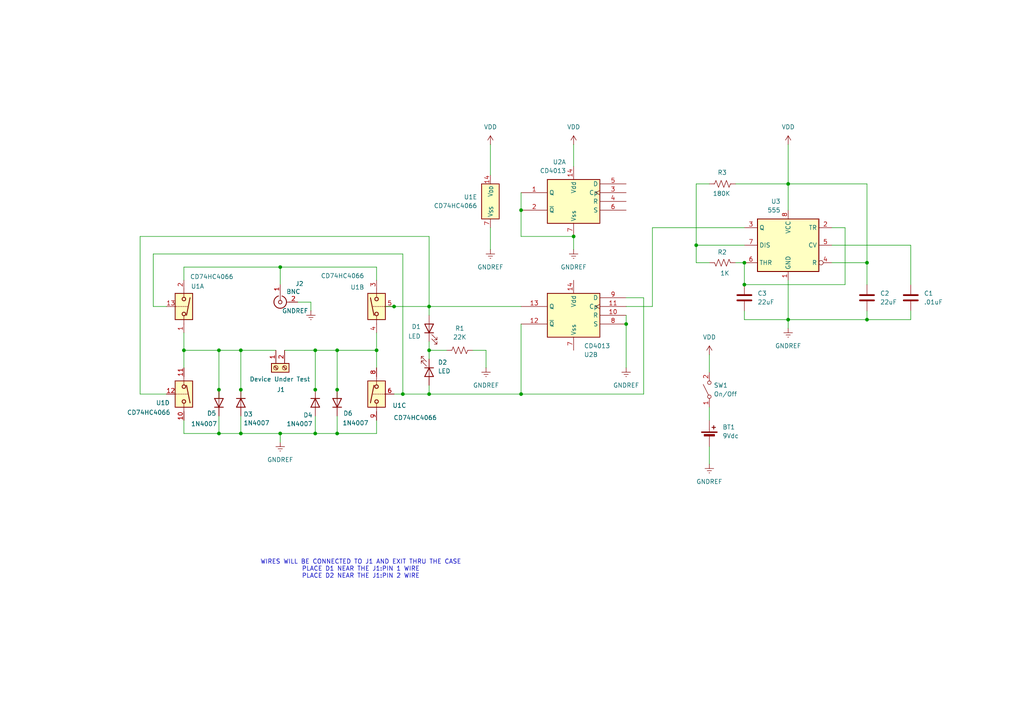
<source format=kicad_sch>
(kicad_sch (version 20231120) (generator "eeschema") (generator_version "8.0")
  (paper "A4")
  (lib_symbols
    (symbol "4xxx_IEEE:4013"
      (property "Reference" "U" (at 7.62 8.89 0))
      (property "Value" "4013" (at 7.62 -7.62 0))
      (symbol "4013_0_0"
        (pin power_in line (at 0 10.16 270) (length 3.81) (name "Vdd") (number "14"))
        (pin power_in line (at 0 -10.16 90) (length 3.81) (name "Vss") (number "7"))
      )
      (symbol "4013_0_1"
        (rectangle (start -7.62 6.35) (end 7.62 -6.35) (stroke (width 0.254)) (fill (type background)))
      )
      (symbol "4013_1_1"
        (pin output line (at 15.24 2.54 180) (length 7.62) (name "Q") (number "1"))
        (pin output line (at 15.24 -2.54 180) (length 7.62) (name "~{Q}") (number "2"))
        (pin input clock (at -15.24 2.54 0) (length 7.62) (name "Cp") (number "3"))
        (pin input line (at -15.24 0 0) (length 7.62) (name "R") (number "4"))
        (pin input line (at -15.24 5.08 0) (length 7.62) (name "D") (number "5"))
        (pin input line (at -15.24 -2.54 0) (length 7.62) (name "S") (number "6"))
      )
      (symbol "4013_2_1"
        (pin input line (at -15.24 0 0) (length 7.62) (name "R") (number "10"))
        (pin input clock (at -15.24 2.54 0) (length 7.62) (name "Cp") (number "11"))
        (pin input line (at 15.24 -2.54 180) (length 7.62) (name "~{Q}") (number "12"))
        (pin input line (at 15.24 2.54 180) (length 7.62) (name "Q") (number "13"))
        (pin input line (at -15.24 -2.54 0) (length 7.62) (name "S") (number "8"))
        (pin input line (at -15.24 5.08 0) (length 7.62) (name "D") (number "9"))
      )
    )
    (symbol "Analog_Switch:CD4066BE"
      (property "Reference" "U" (at -5.08 3.81 0))
      (property "Value" "CD4066BE" (at 7.62 3.81 0))
      (symbol "CD4066BE_1_1"
        (rectangle (start -3.81 2.54) (end 3.81 -2.54) (stroke (width 0.254)) (fill (type background)))
        (circle (center -2.159 0) (radius 0.508) (stroke (width 0.254)))
        (polyline (pts (xy -5.08 0) (xy -2.794 0)))
        (polyline (pts (xy -2.54 0.762) (xy 2.54 1.778)) (stroke (width 0.254)))
        (polyline (pts (xy 0 -2.54) (xy 0 -2.032)))
        (polyline (pts (xy 0 -1.778) (xy 0 -1.524)))
        (polyline (pts (xy 0 -1.27) (xy 0 -1.016)))
        (polyline (pts (xy 0 -0.762) (xy 0 -0.508)))
        (polyline (pts (xy 0 -0.254) (xy 0 0)))
        (polyline (pts (xy 0 0.254) (xy 0 0.508)))
        (polyline (pts (xy 0 0.762) (xy 0 1.016)))
        (polyline (pts (xy 5.08 0) (xy 2.794 0)))
        (circle (center 2.159 0) (radius 0.508) (stroke (width 0.254)))
        (pin bidirectional line (at -7.62 0 0) (length 2.54) (name "~") (number "1"))
        (pin input line (at 0 -5.08 90) (length 2.54) (name "~") (number "13"))
        (pin bidirectional line (at 7.62 0 180) (length 2.54) (name "~") (number "2"))
      )
      (symbol "CD4066BE_2_1"
        (rectangle (start -3.81 2.54) (end 3.81 -2.54) (stroke (width 0.254)) (fill (type background)))
        (circle (center -2.159 0) (radius 0.508) (stroke (width 0.254)))
        (polyline (pts (xy -5.08 0) (xy -2.794 0)))
        (polyline (pts (xy -2.54 0.762) (xy 2.54 1.778)) (stroke (width 0.254)))
        (polyline (pts (xy 0 -2.54) (xy 0 -2.032)))
        (polyline (pts (xy 0 -1.778) (xy 0 -1.524)))
        (polyline (pts (xy 0 -1.27) (xy 0 -1.016)))
        (polyline (pts (xy 0 -0.762) (xy 0 -0.508)))
        (polyline (pts (xy 0 -0.254) (xy 0 0)))
        (polyline (pts (xy 0 0.254) (xy 0 0.508)))
        (polyline (pts (xy 0 0.762) (xy 0 1.016)))
        (polyline (pts (xy 5.08 0) (xy 2.794 0)))
        (circle (center 2.159 0) (radius 0.508) (stroke (width 0.254)))
        (pin bidirectional line (at 7.62 0 180) (length 2.54) (name "~") (number "3"))
        (pin bidirectional line (at -7.62 0 0) (length 2.54) (name "~") (number "4"))
        (pin input line (at 0 -5.08 90) (length 2.54) (name "~") (number "5"))
      )
      (symbol "CD4066BE_3_1"
        (rectangle (start -3.81 2.54) (end 3.81 -2.54) (stroke (width 0.254)) (fill (type background)))
        (circle (center -2.159 0) (radius 0.508) (stroke (width 0.254)))
        (polyline (pts (xy -5.08 0) (xy -2.794 0)))
        (polyline (pts (xy -2.54 0.762) (xy 2.54 1.778)) (stroke (width 0.254)))
        (polyline (pts (xy 0 -2.54) (xy 0 -2.032)))
        (polyline (pts (xy 0 -1.778) (xy 0 -1.524)))
        (polyline (pts (xy 0 -1.27) (xy 0 -1.016)))
        (polyline (pts (xy 0 -0.762) (xy 0 -0.508)))
        (polyline (pts (xy 0 -0.254) (xy 0 0)))
        (polyline (pts (xy 0 0.254) (xy 0 0.508)))
        (polyline (pts (xy 0 0.762) (xy 0 1.016)))
        (polyline (pts (xy 5.08 0) (xy 2.794 0)))
        (circle (center 2.159 0) (radius 0.508) (stroke (width 0.254)))
        (pin input line (at 0 -5.08 90) (length 2.54) (name "~") (number "6"))
        (pin bidirectional line (at -7.62 0 0) (length 2.54) (name "~") (number "8"))
        (pin bidirectional line (at 7.62 0 180) (length 2.54) (name "~") (number "9"))
      )
      (symbol "CD4066BE_4_1"
        (rectangle (start -3.81 2.54) (end 3.81 -2.54) (stroke (width 0.254)) (fill (type background)))
        (circle (center -2.159 0) (radius 0.508) (stroke (width 0.254)))
        (polyline (pts (xy -5.08 0) (xy -2.794 0)))
        (polyline (pts (xy -2.54 0.762) (xy 2.54 1.778)) (stroke (width 0.254)))
        (polyline (pts (xy 0 -2.54) (xy 0 -2.032)))
        (polyline (pts (xy 0 -1.778) (xy 0 -1.524)))
        (polyline (pts (xy 0 -1.27) (xy 0 -1.016)))
        (polyline (pts (xy 0 -0.762) (xy 0 -0.508)))
        (polyline (pts (xy 0 -0.254) (xy 0 0)))
        (polyline (pts (xy 0 0.254) (xy 0 0.508)))
        (polyline (pts (xy 0 0.762) (xy 0 1.016)))
        (polyline (pts (xy 5.08 0) (xy 2.794 0)))
        (circle (center 2.159 0) (radius 0.508) (stroke (width 0.254)))
        (pin bidirectional line (at 7.62 0 180) (length 2.54) (name "~") (number "10"))
        (pin bidirectional line (at -7.62 0 0) (length 2.54) (name "~") (number "11"))
        (pin input line (at 0 -5.08 90) (length 2.54) (name "~") (number "12"))
      )
      (symbol "CD4066BE_5_1"
        (rectangle (start -2.54 5.08) (end 2.54 -5.08) (stroke (width 0.254)) (fill (type background)))
        (pin power_in line (at 0 7.62 270) (length 2.54) (name "V_{DD}") (number "14"))
        (pin power_in line (at 0 -7.62 90) (length 2.54) (name "V_{SS}") (number "7"))
      )
    )
    (symbol "Connector:Conn_Coaxial" (pin_names (offset 1.016) hide)
      (property "Reference" "J" (at 0.254 3.048 0))
      (property "Value" "Conn_Coaxial" (at 2.921 0 90))
      (symbol "Conn_Coaxial_0_1"
        (arc (start -1.778 -0.508) (mid 0.2311 -1.8066) (end 1.778 0) (stroke (width 0.254)))
        (polyline (pts (xy -2.54 0) (xy -0.508 0)))
        (polyline (pts (xy 0 -2.54) (xy 0 -1.778)))
        (circle (center 0 0) (radius 0.508) (stroke (width 0.2032)))
        (arc (start 1.778 0) (mid 0.2099 1.8101) (end -1.778 0.508) (stroke (width 0.254)))
      )
      (symbol "Conn_Coaxial_1_1"
        (pin passive line (at -5.08 0 0) (length 2.54) (name "In") (number "1"))
        (pin passive line (at 0 -5.08 90) (length 2.54) (name "Ext") (number "2"))
      )
    )
    (symbol "Connector:Screw_Terminal_01x02" (pin_names (offset 1.016) hide)
      (property "Reference" "J" (at 0 2.54 0))
      (property "Value" "Screw_Terminal_01x02" (at 0 -5.08 0))
      (symbol "Screw_Terminal_01x02_1_1"
        (rectangle (start -1.27 1.27) (end 1.27 -3.81) (stroke (width 0.254)) (fill (type background)))
        (circle (center 0 -2.54) (radius 0.635) (stroke (width 0.1524)))
        (polyline (pts (xy -0.5334 -2.2098) (xy 0.3302 -3.048)) (stroke (width 0.1524)))
        (polyline (pts (xy -0.5334 0.3302) (xy 0.3302 -0.508)) (stroke (width 0.1524)))
        (polyline (pts (xy -0.3556 -2.032) (xy 0.508 -2.8702)) (stroke (width 0.1524)))
        (polyline (pts (xy -0.3556 0.508) (xy 0.508 -0.3302)) (stroke (width 0.1524)))
        (circle (center 0 0) (radius 0.635) (stroke (width 0.1524)))
        (pin passive line (at -5.08 0 0) (length 3.81) (name "Pin_1") (number "1"))
        (pin passive line (at -5.08 -2.54 0) (length 3.81) (name "Pin_2") (number "2"))
      )
    )
    (symbol "Device:Battery_Cell" (pin_numbers hide) (pin_names (offset 0) hide)
      (property "Reference" "BT" (at 2.54 2.54 0))
      (property "Value" "Battery_Cell" (at 2.54 0 0))
      (symbol "Battery_Cell_0_1"
        (rectangle (start -2.286 1.778) (end 2.286 1.524) (fill (type outline)))
        (rectangle (start -1.524 1.016) (end 1.524 0.508) (fill (type outline)))
        (polyline (pts (xy 0 0.762) (xy 0 0)))
        (polyline (pts (xy 0 1.778) (xy 0 2.54)))
        (polyline (pts (xy 0.762 3.048) (xy 1.778 3.048)) (stroke (width 0.254)))
        (polyline (pts (xy 1.27 3.556) (xy 1.27 2.54)) (stroke (width 0.254)))
      )
      (symbol "Battery_Cell_1_1"
        (pin passive line (at 0 5.08 270) (length 2.54) (name "+") (number "1"))
        (pin passive line (at 0 -2.54 90) (length 2.54) (name "-") (number "2"))
      )
    )
    (symbol "Device:C" (pin_numbers hide) (pin_names (offset 0.254))
      (property "Reference" "C" (at 0.635 2.54 0))
      (property "Value" "C" (at 0.635 -2.54 0))
      (symbol "C_0_1"
        (polyline (pts (xy -2.032 -0.762) (xy 2.032 -0.762)) (stroke (width 0.508)))
        (polyline (pts (xy -2.032 0.762) (xy 2.032 0.762)) (stroke (width 0.508)))
      )
      (symbol "C_1_1"
        (pin passive line (at 0 3.81 270) (length 2.794) (name "~") (number "1"))
        (pin passive line (at 0 -3.81 90) (length 2.794) (name "~") (number "2"))
      )
    )
    (symbol "Device:LED" (pin_numbers hide) (pin_names (offset 1.016) hide)
      (property "Reference" "D" (at 0 2.54 0))
      (property "Value" "LED" (at 0 -2.54 0))
      (symbol "LED_0_1"
        (polyline (pts (xy -1.27 -1.27) (xy -1.27 1.27)) (stroke (width 0.254)))
        (polyline (pts (xy -1.27 0) (xy 1.27 0)))
        (polyline (pts (xy 1.27 -1.27) (xy 1.27 1.27) (xy -1.27 0) (xy 1.27 -1.27)) (stroke (width 0.254)))
        (polyline (pts (xy -3.048 -0.762) (xy -4.572 -2.286) (xy -3.81 -2.286) (xy -4.572 -2.286) (xy -4.572 -1.524)))
        (polyline (pts (xy -1.778 -0.762) (xy -3.302 -2.286) (xy -2.54 -2.286) (xy -3.302 -2.286) (xy -3.302 -1.524)))
      )
      (symbol "LED_1_1"
        (pin passive line (at -3.81 0 0) (length 2.54) (name "K") (number "1"))
        (pin passive line (at 3.81 0 180) (length 2.54) (name "A") (number "2"))
      )
    )
    (symbol "Device:R_US" (pin_numbers hide) (pin_names (offset 0))
      (property "Reference" "R" (at 2.54 0 90))
      (property "Value" "R_US" (at -2.54 0 90))
      (symbol "R_US_0_1"
        (polyline (pts (xy 0 -2.286) (xy 0 -2.54)))
        (polyline (pts (xy 0 2.286) (xy 0 2.54)))
        (polyline (pts (xy 0 -0.762) (xy 1.016 -1.143) (xy 0 -1.524) (xy -1.016 -1.905) (xy 0 -2.286)))
        (polyline (pts (xy 0 0.762) (xy 1.016 0.381) (xy 0 0) (xy -1.016 -0.381) (xy 0 -0.762)))
        (polyline (pts (xy 0 2.286) (xy 1.016 1.905) (xy 0 1.524) (xy -1.016 1.143) (xy 0 0.762)))
      )
      (symbol "R_US_1_1"
        (pin passive line (at 0 3.81 270) (length 1.27) (name "~") (number "1"))
        (pin passive line (at 0 -3.81 90) (length 1.27) (name "~") (number "2"))
      )
    )
    (symbol "Diode:1N4007" (pin_numbers hide) (pin_names hide)
      (property "Reference" "D" (at 0 2.54 0))
      (property "Value" "1N4007" (at 0 -2.54 0))
      (symbol "1N4007_0_1"
        (polyline (pts (xy -1.27 1.27) (xy -1.27 -1.27)) (stroke (width 0.254)))
        (polyline (pts (xy 1.27 0) (xy -1.27 0)))
        (polyline (pts (xy 1.27 1.27) (xy 1.27 -1.27) (xy -1.27 0) (xy 1.27 1.27)) (stroke (width 0.254)))
      )
      (symbol "1N4007_1_1"
        (pin passive line (at -3.81 0 0) (length 2.54) (name "K") (number "1"))
        (pin passive line (at 3.81 0 180) (length 2.54) (name "A") (number "2"))
      )
    )
    (symbol "Switch:SW_SPST" (pin_names (offset 0) hide)
      (property "Reference" "SW" (at 0 3.175 0))
      (property "Value" "SW_SPST" (at 0 -2.54 0))
      (symbol "SW_SPST_0_0"
        (circle (center -2.032 0) (radius 0.508))
        (polyline (pts (xy -1.524 0.254) (xy 1.524 1.778)))
        (circle (center 2.032 0) (radius 0.508))
      )
      (symbol "SW_SPST_1_1"
        (pin passive line (at -5.08 0 0) (length 2.54) (name "A") (number "1"))
        (pin passive line (at 5.08 0 180) (length 2.54) (name "B") (number "2"))
      )
    )
    (symbol "Timer:ICM7555xP"
      (property "Reference" "U" (at -10.16 8.89 0))
      (property "Value" "ICM7555xP" (at 2.54 8.89 0))
      (symbol "ICM7555xP_0_0"
        (pin power_in line (at 0 -10.16 90) (length 2.54) (name "GND") (number "1"))
        (pin power_in line (at 0 10.16 270) (length 2.54) (name "VCC") (number "8"))
      )
      (symbol "ICM7555xP_0_1"
        (rectangle (start -8.89 -7.62) (end 8.89 7.62) (stroke (width 0.254)) (fill (type background)))
        (rectangle (start -8.89 -7.62) (end 8.89 7.62) (stroke (width 0.254)) (fill (type background)))
      )
      (symbol "ICM7555xP_1_1"
        (pin input line (at -12.7 5.08 0) (length 3.81) (name "TR") (number "2"))
        (pin output line (at 12.7 5.08 180) (length 3.81) (name "Q") (number "3"))
        (pin input inverted (at -12.7 -5.08 0) (length 3.81) (name "R") (number "4"))
        (pin input line (at -12.7 0 0) (length 3.81) (name "CV") (number "5"))
        (pin input line (at 12.7 -5.08 180) (length 3.81) (name "THR") (number "6"))
        (pin input line (at 12.7 0 180) (length 3.81) (name "DIS") (number "7"))
      )
    )
    (symbol "power:GNDREF" (power) (pin_numbers hide) (pin_names (offset 0) hide)
      (property "Value" "GNDREF" (at 0 -3.81 0))
      (symbol "GNDREF_0_1"
        (polyline (pts (xy -0.635 -1.905) (xy 0.635 -1.905)))
        (polyline (pts (xy -0.127 -2.54) (xy 0.127 -2.54)))
        (polyline (pts (xy 0 -1.27) (xy 0 0)))
        (polyline (pts (xy 1.27 -1.27) (xy -1.27 -1.27)))
      )
      (symbol "GNDREF_1_1"
        (pin power_in line (at 0 0 270) (length 0) (name "~") (number "1"))
      )
    )
    (symbol "power:VDD" (power) (pin_numbers hide) (pin_names (offset 0) hide)
      (property "Value" "VDD" (at 0 3.556 0))
      (symbol "VDD_0_1"
        (polyline (pts (xy -0.762 1.27) (xy 0 2.54)))
        (polyline (pts (xy 0 0) (xy 0 2.54)))
        (polyline (pts (xy 0 2.54) (xy 0.762 1.27)))
      )
      (symbol "VDD_1_1"
        (pin power_in line (at 0 0 90) (length 0) (name "~") (number "1"))
      )
    )
  )
  (junction (at 53.34 101.6))
  (junction (at 151.13 114.3))
  (junction (at 91.44 113.03))
  (junction (at 124.46 101.6))
  (junction (at 124.46 114.3))
  (junction (at 81.28 125.73))
  (junction (at 166.37 68.58))
  (junction (at 181.61 93.98))
  (junction (at 97.79 101.6))
  (junction (at 228.6 92.71))
  (junction (at 97.79 125.73))
  (junction (at 114.3 88.9))
  (junction (at 69.85 101.6))
  (junction (at 69.85 125.73))
  (junction (at 228.6 53.34))
  (junction (at 215.9 76.2))
  (junction (at 151.13 60.96))
  (junction (at 251.46 92.71))
  (junction (at 81.28 77.47))
  (junction (at 69.85 113.03))
  (junction (at 109.22 101.6))
  (junction (at 63.5 101.6))
  (junction (at 63.5 113.03))
  (junction (at 251.46 76.2))
  (junction (at 116.84 114.3))
  (junction (at 97.79 113.03))
  (junction (at 124.46 88.9))
  (junction (at 215.9 82.55))
  (junction (at 91.44 101.6))
  (junction (at 63.5 125.73))
  (junction (at 91.44 125.73))
  (junction (at 201.93 71.12))
  (wire (pts (xy 63.5 101.6) (xy 69.85 101.6)))
  (wire (pts (xy 69.85 115.57) (xy 69.85 113.03)))
  (wire (pts (xy 124.46 88.9) (xy 151.13 88.9)))
  (wire (pts (xy 81.28 77.47) (xy 109.22 77.47)))
  (wire (pts (xy 166.37 41.91) (xy 166.37 48.26)))
  (wire (pts (xy 151.13 93.98) (xy 151.13 114.3)))
  (wire (pts (xy 63.5 113.03) (xy 63.5 101.6)))
  (wire (pts (xy 228.6 53.34) (xy 228.6 60.96)))
  (wire (pts (xy 186.69 114.3) (xy 151.13 114.3)))
  (wire (pts (xy 186.69 86.36) (xy 186.69 114.3)))
  (wire (pts (xy 241.3 76.2) (xy 251.46 76.2)))
  (wire (pts (xy 91.44 113.03) (xy 91.44 101.6)))
  (wire (pts (xy 111.76 88.9) (xy 114.3 88.9)))
  (wire (pts (xy 201.93 71.12) (xy 215.9 71.12)))
  (wire (pts (xy 44.45 88.9) (xy 48.26 88.9)))
  (wire (pts (xy 63.5 125.73) (xy 69.85 125.73)))
  (wire (pts (xy 124.46 111.76) (xy 124.46 114.3)))
  (wire (pts (xy 53.34 81.28) (xy 53.34 77.47)))
  (wire (pts (xy 151.13 68.58) (xy 166.37 68.58)))
  (wire (pts (xy 205.74 118.11) (xy 205.74 121.92)))
  (wire (pts (xy 109.22 125.73) (xy 109.22 121.92)))
  (wire (pts (xy 53.34 121.92) (xy 53.34 125.73)))
  (wire (pts (xy 114.3 88.9) (xy 124.46 88.9)))
  (wire (pts (xy 109.22 96.52) (xy 109.22 101.6)))
  (wire (pts (xy 142.24 41.91) (xy 142.24 50.8)))
  (wire (pts (xy 166.37 68.58) (xy 166.37 72.39)))
  (wire (pts (xy 137.16 101.6) (xy 140.97 101.6)))
  (wire (pts (xy 181.61 93.98) (xy 181.61 106.68)))
  (wire (pts (xy 205.74 76.2) (xy 201.93 76.2)))
  (wire (pts (xy 81.28 125.73) (xy 81.28 128.27)))
  (wire (pts (xy 40.64 68.58) (xy 124.46 68.58)))
  (wire (pts (xy 97.79 125.73) (xy 109.22 125.73)))
  (wire (pts (xy 151.13 55.88) (xy 151.13 60.96)))
  (wire (pts (xy 189.23 88.9) (xy 189.23 66.04)))
  (wire (pts (xy 213.36 53.34) (xy 228.6 53.34)))
  (wire (pts (xy 116.84 114.3) (xy 114.3 114.3)))
  (wire (pts (xy 97.79 101.6) (xy 109.22 101.6)))
  (wire (pts (xy 251.46 53.34) (xy 251.46 76.2)))
  (wire (pts (xy 53.34 101.6) (xy 53.34 106.68)))
  (wire (pts (xy 91.44 125.73) (xy 97.79 125.73)))
  (wire (pts (xy 44.45 88.9) (xy 44.45 73.66)))
  (wire (pts (xy 264.16 90.17) (xy 264.16 92.71)))
  (wire (pts (xy 124.46 99.06) (xy 124.46 101.6)))
  (wire (pts (xy 205.74 102.87) (xy 205.74 107.95)))
  (wire (pts (xy 53.34 101.6) (xy 63.5 101.6)))
  (wire (pts (xy 245.11 82.55) (xy 215.9 82.55)))
  (wire (pts (xy 90.17 87.63) (xy 90.17 90.17)))
  (wire (pts (xy 53.34 77.47) (xy 81.28 77.47)))
  (wire (pts (xy 181.61 91.44) (xy 181.61 93.98)))
  (wire (pts (xy 124.46 101.6) (xy 124.46 104.14)))
  (wire (pts (xy 228.6 92.71) (xy 228.6 95.25)))
  (wire (pts (xy 215.9 92.71) (xy 228.6 92.71)))
  (wire (pts (xy 201.93 76.2) (xy 201.93 71.12)))
  (wire (pts (xy 228.6 81.28) (xy 228.6 92.71)))
  (wire (pts (xy 201.93 53.34) (xy 201.93 71.12)))
  (wire (pts (xy 201.93 53.34) (xy 205.74 53.34)))
  (wire (pts (xy 241.3 71.12) (xy 264.16 71.12)))
  (wire (pts (xy 69.85 113.03) (xy 69.85 101.6)))
  (wire (pts (xy 124.46 91.44) (xy 124.46 88.9)))
  (wire (pts (xy 91.44 101.6) (xy 97.79 101.6)))
  (wire (pts (xy 63.5 115.57) (xy 63.5 113.03)))
  (wire (pts (xy 228.6 53.34) (xy 251.46 53.34)))
  (wire (pts (xy 245.11 66.04) (xy 245.11 82.55)))
  (wire (pts (xy 82.55 101.6) (xy 91.44 101.6)))
  (wire (pts (xy 124.46 68.58) (xy 124.46 88.9)))
  (wire (pts (xy 181.61 86.36) (xy 186.69 86.36)))
  (wire (pts (xy 91.44 115.57) (xy 91.44 113.03)))
  (wire (pts (xy 189.23 66.04) (xy 215.9 66.04)))
  (wire (pts (xy 69.85 101.6) (xy 80.01 101.6)))
  (wire (pts (xy 81.28 125.73) (xy 91.44 125.73)))
  (wire (pts (xy 181.61 88.9) (xy 189.23 88.9)))
  (wire (pts (xy 97.79 120.65) (xy 97.79 125.73)))
  (wire (pts (xy 91.44 120.65) (xy 91.44 125.73)))
  (wire (pts (xy 97.79 115.57) (xy 97.79 113.03)))
  (wire (pts (xy 116.84 73.66) (xy 116.84 114.3)))
  (wire (pts (xy 213.36 76.2) (xy 215.9 76.2)))
  (wire (pts (xy 81.28 82.55) (xy 81.28 77.47)))
  (wire (pts (xy 251.46 92.71) (xy 264.16 92.71)))
  (wire (pts (xy 142.24 66.04) (xy 142.24 72.39)))
  (wire (pts (xy 48.26 114.3) (xy 40.64 114.3)))
  (wire (pts (xy 44.45 73.66) (xy 116.84 73.66)))
  (wire (pts (xy 97.79 113.03) (xy 97.79 101.6)))
  (wire (pts (xy 69.85 120.65) (xy 69.85 125.73)))
  (wire (pts (xy 63.5 120.65) (xy 63.5 125.73)))
  (wire (pts (xy 264.16 71.12) (xy 264.16 82.55)))
  (wire (pts (xy 251.46 90.17) (xy 251.46 92.71)))
  (wire (pts (xy 109.22 101.6) (xy 109.22 106.68)))
  (wire (pts (xy 228.6 41.91) (xy 228.6 53.34)))
  (wire (pts (xy 205.74 129.54) (xy 205.74 134.62)))
  (wire (pts (xy 151.13 60.96) (xy 151.13 68.58)))
  (wire (pts (xy 215.9 90.17) (xy 215.9 92.71)))
  (wire (pts (xy 241.3 66.04) (xy 245.11 66.04)))
  (wire (pts (xy 124.46 114.3) (xy 116.84 114.3)))
  (wire (pts (xy 124.46 101.6) (xy 129.54 101.6)))
  (wire (pts (xy 251.46 76.2) (xy 251.46 82.55)))
  (wire (pts (xy 109.22 77.47) (xy 109.22 81.28)))
  (wire (pts (xy 53.34 96.52) (xy 53.34 101.6)))
  (wire (pts (xy 228.6 92.71) (xy 251.46 92.71)))
  (wire (pts (xy 40.64 114.3) (xy 40.64 68.58)))
  (wire (pts (xy 140.97 101.6) (xy 140.97 106.68)))
  (wire (pts (xy 69.85 125.73) (xy 81.28 125.73)))
  (wire (pts (xy 215.9 82.55) (xy 215.9 76.2)))
  (wire (pts (xy 53.34 125.73) (xy 63.5 125.73)))
  (wire (pts (xy 124.46 114.3) (xy 151.13 114.3)))
  (wire (pts (xy 86.36 87.63) (xy 90.17 87.63)))
  (text "WIRES WILL BE CONNECTED TO J1 AND EXIT THRU THE CASE\nPLACE D1 NEAR THE J1:PIN 1 WIRE\nPLACE D2 NEAR THE J1:PIN 2 WIRE" (at 104.648 165.1 0) (effects (font (size 1.27 1.27))))
  (symbol (lib_id "power:GNDREF") (at 90.17 90.17 0) (mirror y) (unit 1)
    (property "Reference" "#PWR04" (effects (hide yes)))
    (property "Value" "GNDREF" (at 85.598 90.17 0))
    (property "Description" "Power symbol creates a global label with name \"GNDREF\" , reference supply ground" (effects (hide yes)))
  )
  (symbol (lib_id "Diode:1N4007") (at 63.5 116.84 90) (unit 1)
    (property "Reference" "D5" (at 62.738 119.888 90) (effects (justify left)))
    (property "Value" "1N4007" (at 55.372 122.936 90) (effects (justify right)))
    (property "Footprint" "Diode_THT:D_DO-41_SOD81_P10.16mm_Horizontal" (effects (hide yes)))
    (property "Datasheet" "http://www.vishay.com/docs/88503/1n4001.pdf" (effects (hide yes)))
    (property "Description" "1000V 1A General Purpose Rectifier Diode, DO-41" (effects (hide yes)))
    (property "Sim.Device" "D" (effects (hide yes)))
    (property "Sim.Pins" "1=K 2=A" (effects (hide yes)))
  )
  (symbol (lib_id "power:VDD") (at 205.74 102.87 0) (unit 1)
    (property "Reference" "#PWR011" (effects (hide yes)))
    (property "Value" "VDD" (at 205.74 97.79 0))
    (property "Description" "Power symbol creates a global label with name \"VDD\"" (effects (hide yes)))
  )
  (symbol (lib_id "Analog_Switch:CD4066BE") (at 142.24 58.42 0) (mirror y) (unit 5)
    (property "Reference" "U1" (at 138.43 57.1499 0) (effects (justify left)))
    (property "Value" "CD74HC4066" (at 138.43 59.6899 0) (effects (justify left)))
    (property "Footprint" "Package_DIP:DIP-14_W7.62mm" (effects (hide yes)))
    (property "Datasheet" "https://www.ti.com/lit/ds/symlink/cd4066b.pdf" (effects (hide yes)))
    (property "Description" "Quad 20V analog SPST 1:1 switch, DIP-14" (effects (hide yes)))
  )
  (symbol (lib_id "power:GNDREF") (at 228.6 95.25 0) (unit 1)
    (property "Reference" "#PWR06" (effects (hide yes)))
    (property "Value" "GNDREF" (at 228.6 100.33 0))
    (property "Description" "Power symbol creates a global label with name \"GNDREF\" , reference supply ground" (effects (hide yes)))
  )
  (symbol (lib_id "Connector:Screw_Terminal_01x02") (at 80.01 106.68 90) (mirror x) (unit 1)
    (property "Reference" "J1" (at 80.264 113.03 90) (effects (justify right)))
    (property "Value" "Device Under Test" (at 72.39 109.982 90) (effects (justify right)))
    (property "Footprint" "TerminalBlock:TerminalBlock_bornier-2_P5.08mm" (effects (hide yes)))
    (property "Description" "Generic screw terminal, single row, 01x02, script generated (kicad-library-utils/schlib/autogen/connector/)" (effects (hide yes)))
  )
  (symbol (lib_id "Device:C") (at 251.46 86.36 0) (unit 1)
    (property "Reference" "C2" (at 255.27 85.0899 0) (effects (justify left)))
    (property "Value" "22uF" (at 255.27 87.6299 0) (effects (justify left)))
    (property "Footprint" "Capacitor_THT:C_Radial_D5.0mm_H11.0mm_P2.00mm" (effects (hide yes)))
    (property "Description" "Unpolarized capacitor" (effects (hide yes)))
  )
  (symbol (lib_id "Analog_Switch:CD4066BE") (at 53.34 114.3 270) (unit 4)
    (property "Reference" "U1" (at 45.212 116.84 90) (effects (justify left)))
    (property "Value" "CD74HC4066" (at 36.83 119.634 90) (effects (justify left)))
    (property "Footprint" "Package_DIP:DIP-14_W7.62mm" (effects (hide yes)))
    (property "Datasheet" "https://www.ti.com/lit/ds/symlink/cd4066b.pdf" (effects (hide yes)))
    (property "Description" "Quad 20V analog SPST 1:1 switch, DIP-14" (effects (hide yes)))
  )
  (symbol (lib_id "Device:C") (at 215.9 86.36 0) (unit 1)
    (property "Reference" "C3" (at 219.71 85.0899 0) (effects (justify left)))
    (property "Value" "22uF" (at 219.71 87.6299 0) (effects (justify left)))
    (property "Footprint" "Capacitor_THT:C_Radial_D5.0mm_H11.0mm_P2.00mm" (effects (hide yes)))
    (property "Description" "Unpolarized capacitor" (effects (hide yes)))
  )
  (symbol (lib_id "power:VDD") (at 142.24 41.91 0) (mirror y) (unit 1)
    (property "Reference" "#PWR010" (effects (hide yes)))
    (property "Value" "VDD" (at 142.24 36.83 0))
    (property "Description" "Power symbol creates a global label with name \"VDD\"" (effects (hide yes)))
  )
  (symbol (lib_id "power:GNDREF") (at 181.61 106.68 0) (unit 1)
    (property "Reference" "#PWR02" (effects (hide yes)))
    (property "Value" "GNDREF" (at 181.61 111.76 0))
    (property "Description" "Power symbol creates a global label with name \"GNDREF\" , reference supply ground" (effects (hide yes)))
  )
  (symbol (lib_id "power:GNDREF") (at 166.37 72.39 0) (unit 1)
    (property "Reference" "#PWR05" (effects (hide yes)))
    (property "Value" "GNDREF" (at 166.37 77.47 0))
    (property "Description" "Power symbol creates a global label with name \"GNDREF\" , reference supply ground" (effects (hide yes)))
  )
  (symbol (lib_id "Diode:1N4007") (at 97.79 116.84 90) (unit 1)
    (property "Reference" "D6" (at 99.568 119.888 90) (effects (justify right)))
    (property "Value" "1N4007" (at 99.314 122.682 90) (effects (justify right)))
    (property "Footprint" "Diode_THT:D_DO-41_SOD81_P10.16mm_Horizontal" (effects (hide yes)))
    (property "Datasheet" "http://www.vishay.com/docs/88503/1n4001.pdf" (effects (hide yes)))
    (property "Description" "1000V 1A General Purpose Rectifier Diode, DO-41" (effects (hide yes)))
    (property "Sim.Device" "D" (effects (hide yes)))
    (property "Sim.Pins" "1=K 2=A" (effects (hide yes)))
  )
  (symbol (lib_id "4xxx_IEEE:4013") (at 166.37 91.44 0) (mirror y) (unit 2)
    (property "Reference" "U2" (at 169.3865 102.87 0) (effects (justify right)))
    (property "Value" "CD4013" (at 169.3865 100.33 0) (effects (justify right)))
    (property "Footprint" "Package_DIP:DIP-14_W7.62mm" (effects (hide yes)))
  )
  (symbol (lib_id "Diode:1N4007") (at 91.44 116.84 90) (mirror x) (unit 1)
    (property "Reference" "D4" (at 90.678 120.396 90) (effects (justify left)))
    (property "Value" "1N4007" (at 90.678 122.936 90) (effects (justify left)))
    (property "Footprint" "Diode_THT:D_DO-41_SOD81_P10.16mm_Horizontal" (effects (hide yes)))
    (property "Datasheet" "http://www.vishay.com/docs/88503/1n4001.pdf" (effects (hide yes)))
    (property "Description" "1000V 1A General Purpose Rectifier Diode, DO-41" (effects (hide yes)))
    (property "Sim.Device" "D" (effects (hide yes)))
    (property "Sim.Pins" "1=K 2=A" (effects (hide yes)))
  )
  (symbol (lib_id "power:GNDREF") (at 205.74 134.62 0) (unit 1)
    (property "Reference" "#PWR012" (effects (hide yes)))
    (property "Value" "GNDREF" (at 205.74 139.7 0))
    (property "Description" "Power symbol creates a global label with name \"GNDREF\" , reference supply ground" (effects (hide yes)))
  )
  (symbol (lib_id "Device:C") (at 264.16 86.36 0) (unit 1)
    (property "Reference" "C1" (at 267.97 85.0899 0) (effects (justify left)))
    (property "Value" ".01uF" (at 267.97 87.6299 0) (effects (justify left)))
    (property "Footprint" "Capacitor_THT:C_Radial_D5.0mm_H11.0mm_P2.00mm" (effects (hide yes)))
    (property "Description" "Unpolarized capacitor" (effects (hide yes)))
  )
  (symbol (lib_id "Analog_Switch:CD4066BE") (at 109.22 114.3 90) (mirror x) (unit 3)
    (property "Reference" "U1" (at 117.856 117.602 90) (effects (justify left)))
    (property "Value" "CD74HC4066" (at 126.746 121.158 90) (effects (justify left)))
    (property "Footprint" "Package_DIP:DIP-14_W7.62mm" (effects (hide yes)))
    (property "Datasheet" "https://www.ti.com/lit/ds/symlink/cd4066b.pdf" (effects (hide yes)))
    (property "Description" "Quad 20V analog SPST 1:1 switch, DIP-14" (effects (hide yes)))
  )
  (symbol (lib_id "power:GNDREF") (at 142.24 72.39 0) (mirror y) (unit 1)
    (property "Reference" "#PWR09" (effects (hide yes)))
    (property "Value" "GNDREF" (at 142.24 77.47 0))
    (property "Description" "Power symbol creates a global label with name \"GNDREF\" , reference supply ground" (effects (hide yes)))
  )
  (symbol (lib_id "Diode:1N4007") (at 69.85 116.84 270) (unit 1)
    (property "Reference" "D3" (at 70.612 120.142 90) (effects (justify left)))
    (property "Value" "1N4007" (at 70.612 122.682 90) (effects (justify left)))
    (property "Footprint" "Diode_THT:D_DO-41_SOD81_P10.16mm_Horizontal" (effects (hide yes)))
    (property "Datasheet" "http://www.vishay.com/docs/88503/1n4001.pdf" (effects (hide yes)))
    (property "Description" "1000V 1A General Purpose Rectifier Diode, DO-41" (effects (hide yes)))
    (property "Sim.Device" "D" (effects (hide yes)))
    (property "Sim.Pins" "1=K 2=A" (effects (hide yes)))
  )
  (symbol (lib_id "4xxx_IEEE:4013") (at 166.37 58.42 0) (mirror y) (unit 1)
    (property "Reference" "U2" (at 164.1759 46.99 0) (effects (justify left)))
    (property "Value" "CD4013" (at 164.1759 49.53 0) (effects (justify left)))
    (property "Footprint" "Package_DIP:DIP-14_W7.62mm" (effects (hide yes)))
  )
  (symbol (lib_id "Analog_Switch:CD4066BE") (at 53.34 88.9 270) (mirror x) (unit 1)
    (property "Reference" "U1" (at 55.372 83.058 90) (effects (justify left)))
    (property "Value" "CD74HC4066" (at 55.118 80.264 90) (effects (justify left)))
    (property "Footprint" "Package_DIP:DIP-14_W7.62mm" (effects (hide yes)))
    (property "Datasheet" "https://www.ti.com/lit/ds/symlink/cd4066b.pdf" (effects (hide yes)))
    (property "Description" "Quad 20V analog SPST 1:1 switch, DIP-14" (effects (hide yes)))
  )
  (symbol (lib_id "Connector:Conn_Coaxial") (at 81.28 87.63 90) (mirror x) (unit 1)
    (property "Reference" "J2" (at 86.868 82.296 90))
    (property "Value" "BNC" (at 85.09 84.582 90))
    (property "Footprint" "Connector_Coaxial:BNC_Amphenol_B6252HB-NPP3G-50_Horizontal" (effects (hide yes)))
    (property "Description" "coaxial connector (BNC, SMA, SMB, SMC, Cinch/RCA, LEMO, ...)" (effects (hide yes)))
  )
  (symbol (lib_id "power:VDD") (at 228.6 41.91 0) (unit 1)
    (property "Reference" "#PWR08" (effects (hide yes)))
    (property "Value" "VDD" (at 228.6 36.83 0))
    (property "Description" "Power symbol creates a global label with name \"VDD\"" (effects (hide yes)))
  )
  (symbol (lib_id "power:GNDREF") (at 81.28 128.27 0) (unit 1)
    (property "Reference" "#PWR03" (effects (hide yes)))
    (property "Value" "GNDREF" (at 81.28 133.35 0))
    (property "Description" "Power symbol creates a global label with name \"GNDREF\" , reference supply ground" (effects (hide yes)))
  )
  (symbol (lib_id "Device:LED") (at 124.46 95.25 90) (unit 1)
    (property "Reference" "D1" (at 119.38 94.742 90) (effects (justify right)))
    (property "Value" "LED" (at 118.364 97.536 90) (effects (justify right)))
    (property "Footprint" "Diode_THT:D_A-405_P7.62mm_Horizontal" (effects (hide yes)))
    (property "Description" "Light emitting diode" (effects (hide yes)))
  )
  (symbol (lib_id "Device:R_US") (at 209.55 76.2 90) (mirror x) (unit 1)
    (property "Reference" "R2" (at 210.82 73.152 90) (effects (justify left)))
    (property "Value" "1K" (at 211.582 79.248 90) (effects (justify left)))
    (property "Footprint" "Resistor_THT:R_Axial_DIN0204_L3.6mm_D1.6mm_P7.62mm_Horizontal" (effects (hide yes)))
    (property "Description" "Resistor, US symbol" (effects (hide yes)))
  )
  (symbol (lib_id "power:VDD") (at 166.37 41.91 0) (unit 1)
    (property "Reference" "#PWR07" (effects (hide yes)))
    (property "Value" "VDD" (at 166.37 36.83 0))
    (property "Description" "Power symbol creates a global label with name \"VDD\"" (effects (hide yes)))
  )
  (symbol (lib_id "Device:R_US") (at 209.55 53.34 90) (unit 1)
    (property "Reference" "R3" (at 210.82 50.038 90) (effects (justify left)))
    (property "Value" "180K" (at 211.836 56.134 90) (effects (justify left)))
    (property "Footprint" "Resistor_THT:R_Axial_DIN0204_L3.6mm_D1.6mm_P7.62mm_Horizontal" (effects (hide yes)))
    (property "Description" "Resistor, US symbol" (effects (hide yes)))
  )
  (symbol (lib_id "Switch:SW_SPST") (at 205.74 113.03 90) (unit 1)
    (property "Reference" "SW1" (at 207.01 111.7599 90) (effects (justify right)))
    (property "Value" "On/Off" (at 207.01 114.2999 90) (effects (justify right)))
    (property "Footprint" "Resistor_THT:R_Axial_DIN0204_L3.6mm_D1.6mm_P7.62mm_Horizontal" (effects (hide yes)))
    (property "Description" "Single Pole Single Throw (SPST) switch" (effects (hide yes)))
  )
  (symbol (lib_id "power:GNDREF") (at 140.97 106.68 0) (unit 1)
    (property "Reference" "#PWR01" (effects (hide yes)))
    (property "Value" "GNDREF" (at 140.97 111.76 0))
    (property "Description" "Power symbol creates a global label with name \"GNDREF\" , reference supply ground" (effects (hide yes)))
  )
  (symbol (lib_id "Device:Battery_Cell") (at 205.74 127 0) (unit 1)
    (property "Reference" "BT1" (at 209.55 123.8884 0) (effects (justify left)))
    (property "Value" "9Vdc" (at 209.55 126.4284 0) (effects (justify left)))
    (property "Footprint" "Resistor_THT:R_Axial_DIN0204_L3.6mm_D1.6mm_P7.62mm_Horizontal" (effects (hide yes)))
    (property "Description" "Single-cell battery" (effects (hide yes)))
  )
  (symbol (lib_id "Analog_Switch:CD4066BE") (at 109.22 88.9 90) (unit 2)
    (property "Reference" "U1" (at 105.664 83.312 90) (effects (justify left)))
    (property "Value" "CD74HC4066" (at 105.664 80.01 90) (effects (justify left)))
    (property "Footprint" "Package_DIP:DIP-14_W7.62mm" (effects (hide yes)))
    (property "Datasheet" "https://www.ti.com/lit/ds/symlink/cd4066b.pdf" (effects (hide yes)))
    (property "Description" "Quad 20V analog SPST 1:1 switch, DIP-14" (effects (hide yes)))
  )
  (symbol (lib_id "Device:R_US") (at 133.35 101.6 90) (unit 1)
    (property "Reference" "R1" (at 133.35 95.25 90))
    (property "Value" "22K" (at 133.35 97.79 90))
    (property "Footprint" "Resistor_THT:R_Axial_DIN0204_L3.6mm_D1.6mm_P7.62mm_Horizontal" (effects (hide yes)))
    (property "Description" "Resistor, US symbol" (effects (hide yes)))
  )
  (symbol (lib_id "Timer:ICM7555xP") (at 228.6 71.12 0) (mirror y) (unit 1)
    (property "Reference" "U3" (at 226.4059 58.42 0) (effects (justify left)))
    (property "Value" "555" (at 226.4059 60.96 0) (effects (justify left)))
    (property "Footprint" "Package_DIP:DIP-8_W7.62mm" (effects (hide yes)))
    (property "Datasheet" "http://www.intersil.com/content/dam/Intersil/documents/icm7/icm7555-56.pdf" (effects (hide yes)))
    (property "Description" "CMOS General Purpose Timer, 555 compatible, PDIP-8" (effects (hide yes)))
  )
  (symbol (lib_id "Device:LED") (at 124.46 107.95 270) (unit 1)
    (property "Reference" "D2" (at 127 105.0924 90) (effects (justify left)))
    (property "Value" "LED" (at 127 107.6324 90) (effects (justify left)))
    (property "Footprint" "Diode_THT:D_A-405_P7.62mm_Horizontal" (effects (hide yes)))
    (property "Description" "Light emitting diode" (effects (hide yes)))
  )
)
</source>
